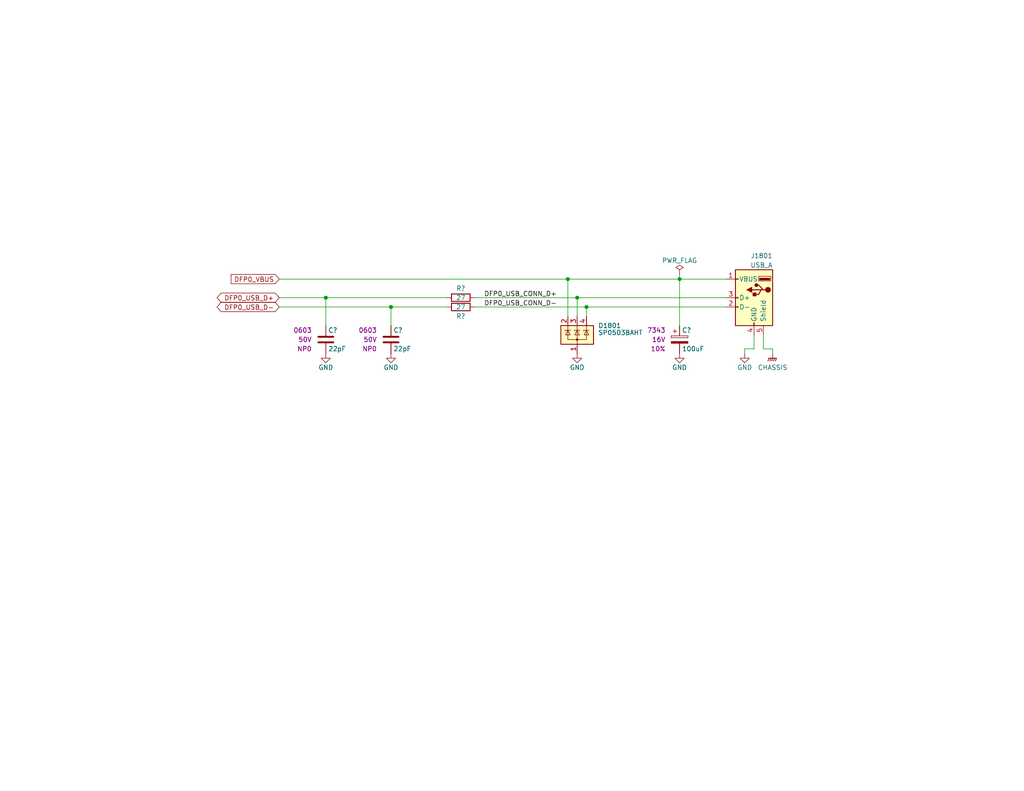
<source format=kicad_sch>
(kicad_sch (version 20230121) (generator eeschema)
  (paper "A")
  (title_block (title "USB Hub") (date "2023-08-20") (rev "PRELIM") (company "Drew Maatman"))
  (lib_symbols
    (symbol "Connector:USB_A" (pin_names (offset 1.016))
      (property "Reference" "J" (at -5.08 11.43 0))
      (property "Value" "USB_A" (at -5.08 8.89 0))
      (symbol "USB_A_0_1"
        (rectangle (start -5.08 -7.62) (end 5.08 7.62) (stroke (width 0.254)) (fill (type background)))
        (circle (center -3.81 2.159) (radius 0.635) (stroke (width 0.254)) (fill (type outline)))
        (rectangle (start -1.524 4.826) (end -4.318 5.334) (fill (type outline)))
        (rectangle (start -1.27 4.572) (end -4.572 5.842))
        (circle (center -0.635 3.429) (radius 0.381) (stroke (width 0.254)) (fill (type outline)))
        (rectangle (start -0.127 -7.62) (end 0.127 -6.858))
        (polyline (pts (xy -3.175 2.159) (xy -2.54 2.159) (xy -1.27 3.429) (xy -0.635 3.429)) (stroke (width 0.254)))
        (polyline (pts (xy -2.54 2.159) (xy -1.905 2.159) (xy -1.27 0.889) (xy 0 0.889)) (stroke (width 0.254)))
        (polyline (pts (xy 0.635 2.794) (xy 0.635 1.524) (xy 1.905 2.159) (xy 0.635 2.794)) (stroke (width 0.254)) (fill (type outline)))
        (rectangle (start 0.254 1.27) (end -0.508 0.508) (stroke (width 0.254)) (fill (type outline)))
        (rectangle (start 5.08 -2.667) (end 4.318 -2.413))
        (rectangle (start 5.08 -0.127) (end 4.318 0.127))
        (rectangle (start 5.08 4.953) (end 4.318 5.207))
      )
      (symbol "USB_A_1_1"
        (polyline (pts (xy -1.905 2.159) (xy 0.635 2.159)) (stroke (width 0.254)))
        (pin power_in line (at 7.62 5.08 180) (length 2.54) (name "VBUS") (number "1"))
        (pin bidirectional line (at 7.62 -2.54 180) (length 2.54) (name "D-") (number "2"))
        (pin bidirectional line (at 7.62 0 180) (length 2.54) (name "D+") (number "3"))
        (pin power_in line (at 0 -10.16 90) (length 2.54) (name "GND") (number "4"))
        (pin passive line (at -2.54 -10.16 90) (length 2.54) (name "Shield") (number "5"))
      )
    )
    (symbol "Custom Library:CHASSIS" (power) (pin_names (offset 0))
      (property "Value" "CHASSIS" (at 0 -3.81 0))
      (symbol "CHASSIS_0_1"
        (polyline (pts (xy 0 -1.27) (xy 0 0)))
        (polyline (pts (xy -1.016 -1.27) (xy -1.27 -2.032) (xy -1.27 -2.032)) (stroke (width 0.2032)))
        (polyline (pts (xy -0.508 -1.27) (xy -0.762 -2.032) (xy -0.762 -2.032)) (stroke (width 0.2032)))
        (polyline (pts (xy 0 -1.27) (xy -0.254 -2.032) (xy -0.254 -2.032)) (stroke (width 0.2032)))
        (polyline (pts (xy 0.508 -1.27) (xy 0.254 -2.032) (xy 0.254 -2.032)) (stroke (width 0.2032)))
        (polyline (pts (xy 1.016 -1.27) (xy -1.016 -1.27) (xy -1.016 -1.27)) (stroke (width 0.2032)))
        (polyline (pts (xy 1.016 -1.27) (xy 0.762 -2.032) (xy 0.762 -2.032) (xy 0.762 -2.032)) (stroke (width 0.2032)))
      )
      (symbol "CHASSIS_1_1"
        (pin power_in line (at 0 0 270) (length 0) hide (name "CHASSIS") (number "1"))
      )
    )
    (symbol "Custom_Library:CP_Tant_Custom" (pin_numbers hide) (pin_names (offset 0.254))
      (property "Reference" "C" (at 0.635 2.54 0))
      (property "Value" "CP_Tant_Custom" (at 0.635 -2.54 0))
      (property "display_footprint" "Foot" (at -3.81 2.54 0))
      (property "Voltage" "V" (at -3.81 0 0))
      (property "Tolerance" "Tol" (at -3.81 -2.54 0))
      (symbol "CP_Tant_Custom_0_1"
        (rectangle (start -2.286 0.508) (end -2.286 1.016))
        (rectangle (start -2.286 0.508) (end 2.286 0.508))
        (polyline (pts (xy -1.778 2.286) (xy -0.762 2.286)))
        (polyline (pts (xy -1.27 2.794) (xy -1.27 1.778)))
        (rectangle (start 2.286 -0.508) (end -2.286 -1.016) (fill (type outline)))
        (rectangle (start 2.286 1.016) (end -2.286 1.016))
        (rectangle (start 2.286 1.016) (end 2.286 0.508))
      )
      (symbol "CP_Tant_Custom_1_1"
        (pin passive line (at 0 3.81 270) (length 2.794) (name "~") (number "1"))
        (pin passive line (at 0 -3.81 90) (length 2.794) (name "~") (number "2"))
      )
    )
    (symbol "Custom_Library:C_Custom" (pin_numbers hide) (pin_names (offset 0.254))
      (property "Reference" "C" (at 0.635 2.54 0))
      (property "Value" "C_Custom" (at 0.635 -2.54 0))
      (property "display_footprint" "Foot" (at -3.81 2.54 0))
      (property "Voltage" "V" (at -3.81 0 0))
      (property "Dielectric" "Er" (at -3.81 -2.54 0))
      (symbol "C_Custom_0_1"
        (polyline (pts (xy -2.032 -0.762) (xy 2.032 -0.762)) (stroke (width 0.508)))
        (polyline (pts (xy -2.032 0.762) (xy 2.032 0.762)) (stroke (width 0.508)))
      )
      (symbol "C_Custom_1_1"
        (pin passive line (at 0 3.81 270) (length 2.794) (name "~") (number "1"))
        (pin passive line (at 0 -3.81 90) (length 2.794) (name "~") (number "2"))
      )
    )
    (symbol "Custom_Library:R_Custom" (pin_numbers hide) (pin_names (offset 1.016) hide)
      (property "Reference" "R" (at -2.54 0 90))
      (property "Value" "R_Custom" (at 0 0 90))
      (property "display_footprint" "Foot" (at 2.54 0 90))
      (property "Tolerance" "Tol" (at 5.08 0 90))
      (property "Wattage" "W" (at 7.62 0 90))
      (symbol "R_Custom_0_1"
        (rectangle (start 1.016 2.54) (end -1.016 -2.54) (stroke (width 0.254)))
      )
      (symbol "R_Custom_1_1"
        (pin passive line (at 0 3.81 270) (length 1.27) (name "1") (number "1"))
        (pin passive line (at 0 -3.81 90) (length 1.27) (name "2") (number "2"))
      )
    )
    (symbol "Power_Protection:SP0503BAHT" (pin_names hide)
      (property "Reference" "D" (at 5.715 2.54 0))
      (property "Value" "SP0503BAHT" (at 5.715 0.635 0))
      (symbol "SP0503BAHT_0_0"
        (pin passive line (at 0 -5.08 90) (length 2.54) (name "A") (number "1"))
      )
      (symbol "SP0503BAHT_0_1"
        (rectangle (start -4.445 2.54) (end 4.445 -2.54) (stroke (width 0.254)) (fill (type background)))
        (circle (center 0 -1.27) (radius 0.254) (fill (type outline)))
        (polyline (pts (xy -2.54 2.54) (xy -2.54 1.27)))
        (polyline (pts (xy 0 -1.27) (xy 0 -2.54)))
        (polyline (pts (xy 0 -1.27) (xy 0 1.27)))
        (polyline (pts (xy 0 2.54) (xy 0 1.27)))
        (polyline (pts (xy 0.635 1.27) (xy 0.762 1.27)))
        (polyline (pts (xy 2.54 2.54) (xy 2.54 1.27)))
        (polyline (pts (xy 0.635 1.27) (xy -0.762 1.27) (xy -0.762 1.016)))
        (polyline (pts (xy -3.302 1.016) (xy -3.302 1.27) (xy -1.905 1.27) (xy -1.778 1.27)))
        (polyline (pts (xy -2.54 1.27) (xy -2.54 -1.27) (xy 2.54 -1.27) (xy 2.54 1.27)))
        (polyline (pts (xy -2.54 1.27) (xy -1.905 0) (xy -3.175 0) (xy -2.54 1.27)))
        (polyline (pts (xy 0.635 0) (xy -0.635 0) (xy 0 1.27) (xy 0.635 0)))
        (polyline (pts (xy 1.778 1.016) (xy 1.778 1.27) (xy 3.175 1.27) (xy 3.302 1.27)))
        (polyline (pts (xy 2.54 1.27) (xy 1.905 0) (xy 3.175 0) (xy 2.54 1.27)))
      )
      (symbol "SP0503BAHT_1_1"
        (pin passive line (at -2.54 5.08 270) (length 2.54) (name "K") (number "2"))
        (pin passive line (at 0 5.08 270) (length 2.54) (name "K") (number "3"))
        (pin passive line (at 2.54 5.08 270) (length 2.54) (name "K") (number "4"))
      )
    )
    (symbol "power:GND" (power) (pin_names (offset 0))
      (property "Value" "GND" (at 0 -3.81 0))
      (symbol "GND_0_1"
        (polyline (pts (xy 0 0) (xy 0 -1.27) (xy 1.27 -1.27) (xy 0 -2.54) (xy -1.27 -1.27) (xy 0 -1.27)))
      )
      (symbol "GND_1_1"
        (pin power_in line (at 0 0 270) (length 0) hide (name "GND") (number "1"))
      )
    )
    (symbol "power:PWR_FLAG" (power) (pin_numbers hide) (pin_names (offset 0) hide)
      (property "Value" "PWR_FLAG" (at 0 3.81 0))
      (symbol "PWR_FLAG_0_0"
        (pin power_out line (at 0 0 90) (length 0) (name "pwr") (number "1"))
      )
      (symbol "PWR_FLAG_0_1"
        (polyline (pts (xy 0 0) (xy 0 1.27) (xy -1.016 1.905) (xy 0 2.54) (xy 1.016 1.905) (xy 0 1.27)))
      )
    )
  )
  (junction (at 106.68 83.82))
  (junction (at 88.9 81.28))
  (junction (at 185.42 76.2))
  (junction (at 160.02 83.82))
  (junction (at 154.94 76.2))
  (junction (at 157.48 81.28))
  (wire (pts (xy 129.54 83.82) (xy 160.02 83.82)))
  (wire (pts (xy 208.28 91.44) (xy 208.28 95.25)))
  (wire (pts (xy 210.82 96.52) (xy 210.82 95.25)))
  (wire (pts (xy 157.48 81.28) (xy 157.48 86.36)))
  (wire (pts (xy 203.2 96.52) (xy 203.2 95.25)))
  (wire (pts (xy 106.68 83.82) (xy 106.68 88.9)))
  (wire (pts (xy 154.94 76.2) (xy 185.42 76.2)))
  (wire (pts (xy 76.2 81.28) (xy 88.9 81.28)))
  (wire (pts (xy 205.74 95.25) (xy 205.74 91.44)))
  (wire (pts (xy 210.82 95.25) (xy 208.28 95.25)))
  (wire (pts (xy 88.9 81.28) (xy 88.9 88.9)))
  (wire (pts (xy 88.9 81.28) (xy 121.92 81.28)))
  (wire (pts (xy 185.42 74.93) (xy 185.42 76.2)))
  (wire (pts (xy 185.42 76.2) (xy 185.42 88.9)))
  (wire (pts (xy 203.2 95.25) (xy 205.74 95.25)))
  (wire (pts (xy 106.68 83.82) (xy 121.92 83.82)))
  (wire (pts (xy 160.02 83.82) (xy 198.12 83.82)))
  (wire (pts (xy 76.2 83.82) (xy 106.68 83.82)))
  (wire (pts (xy 198.12 76.2) (xy 185.42 76.2)))
  (wire (pts (xy 76.2 76.2) (xy 154.94 76.2)))
  (wire (pts (xy 160.02 83.82) (xy 160.02 86.36)))
  (wire (pts (xy 154.94 86.36) (xy 154.94 76.2)))
  (wire (pts (xy 157.48 81.28) (xy 198.12 81.28)))
  (wire (pts (xy 129.54 81.28) (xy 157.48 81.28)))
  (label "DFP0_USB_CONN_D+" (at 132.08 81.28 0))
  (label "DFP0_USB_CONN_D-" (at 132.08 83.82 0))
  (global_label "DFP0_USB_D-" (shape bidirectional) (at 76.2 83.82 180) (property "Intersheetrefs" "${INTERSHEET_REFS}" (effects hide)))
  (global_label "DFP0_USB_D+" (shape bidirectional) (at 76.2 81.28 180) (property "Intersheetrefs" "${INTERSHEET_REFS}" (effects hide)))
  (global_label "DFP0_VBUS" (shape input) (at 76.2 76.2 180) (property "Intersheetrefs" "${INTERSHEET_REFS}" (effects hide)))
  (symbol (lib_id "Connector:USB_A") (at 205.74 81.28 0) (mirror y) (unit 1)
    (property "Reference" "J1801" (at 210.82 69.85 0) (effects (justify left)))
    (property "Value" "USB_A" (at 210.82 72.39 0) (effects (justify left)))
    (property "Footprint" "Connector_USB:USB_A_Molex_67643_Horizontal" (effects hide))
    (property "Datasheet" " ~" (effects hide))
  )
  (symbol (lib_id "Custom_Library:C_Custom") (at 106.68 92.71 0) (unit 1)
    (property "Reference" "C?" (at 107.315 90.17 0) (effects (justify left)))
    (property "Value" "22pF" (at 107.315 95.25 0) (effects (justify left)))
    (property "Footprint" "Capacitors_SMD:C_0603" (effects hide))
    (property "display_footprint" "0603" (at 102.87 90.17 0) (effects (justify right)))
    (property "Voltage" "50V" (at 102.87 92.71 0) (effects (justify right)))
    (property "Dielectric" "NP0" (at 102.87 95.25 0) (effects (justify right)))
    (instances (project "USB_Hub" (path "" (reference "C?") (unit 1)) (path "" (reference "C1802") (unit 1))))
  )
  (symbol (lib_id "Custom_Library:R_Custom") (at 125.73 83.82 270) (unit 1)
    (property "Reference" "R?" (at 125.73 86.36 90))
    (property "Value" "27" (at 125.73 83.82 90))
    (property "Footprint" "Resistors_SMD:R_0603" (effects hide))
    (property "display_footprint" "0603" (effects hide))
    (property "Tolerance" "1%" (effects hide))
    (property "Wattage" "1/10W" (effects hide))
    (instances (project "USB_Hub" (path "" (reference "R?") (unit 1)) (path "" (reference "R1802") (unit 1))))
  )
  (symbol (lib_id "power:GND") (at 88.9 96.52 0) (unit 1)
    (property "Reference" "#PWR?" (effects hide))
    (property "Value" "GND" (at 88.9 100.33 0))
    (instances (project "USB_Hub" (path "" (reference "#PWR?") (unit 1)) (path "" (reference "#PWR01801") (unit 1))))
  )
  (symbol (lib_id "Custom_Library:CP_Tant_Custom") (at 185.42 92.71 0) (unit 1)
    (property "Reference" "C?" (at 186.055 90.17 0) (effects (justify left)))
    (property "Value" "100uF" (at 186.055 95.25 0) (effects (justify left)))
    (property "Footprint" "Capacitor_Tantalum_SMD:CP_EIA-7343-43_Kemet-X" (effects hide))
    (property "Digi-Key PN" "718-1102-1-ND" (effects hide))
    (property "display_footprint" "7343" (at 181.61 90.17 0) (effects (justify right)))
    (property "Voltage" "16V" (at 181.61 92.71 0) (effects (justify right)))
    (property "Tolerance" "10%" (at 181.61 95.25 0) (effects (justify right)))
    (instances (project "USB_Hub" (path "" (reference "C?") (unit 1)) (path "" (reference "C1803") (unit 1))))
  )
  (symbol (lib_id "Power_Protection:SP0503BAHT") (at 157.48 91.44 0) (unit 1)
    (property "Reference" "D1801" (at 163.195 88.9 0) (effects (justify left)))
    (property "Value" "SP0503BAHT" (at 163.195 90.805 0) (effects (justify left)))
    (property "Footprint" "Package_TO_SOT_SMD:SOT-143" (effects hide))
    (property "Datasheet" "http://www.littelfuse.com/~/media/files/littelfuse/technical%20resources/documents/data%20sheets/sp05xxba.pdf" (effects hide))
  )
  (symbol (lib_id "power:PWR_FLAG") (at 185.42 74.93 0) (unit 1)
    (property "Reference" "#FLG01801" (effects hide))
    (property "Value" "PWR_FLAG" (at 185.42 71.12 0))
  )
  (symbol (lib_id "power:GND") (at 157.48 96.52 0) (unit 1)
    (property "Reference" "#PWR?" (effects hide))
    (property "Value" "GND" (at 157.48 100.33 0))
    (instances (project "USB_Hub" (path "" (reference "#PWR?") (unit 1)) (path "" (reference "#PWR01803") (unit 1))))
  )
  (symbol (lib_id "power:GND") (at 185.42 96.52 0) (unit 1)
    (property "Reference" "#PWR?" (effects hide))
    (property "Value" "GND" (at 185.42 100.33 0))
    (instances (project "USB_Hub" (path "" (reference "#PWR?") (unit 1)) (path "" (reference "#PWR01804") (unit 1))))
  )
  (symbol (lib_id "Custom Library:CHASSIS") (at 210.82 96.52 0) (unit 1)
    (property "Reference" "#PWR01806" (effects hide))
    (property "Value" "CHASSIS" (at 210.82 100.33 0))
  )
  (symbol (lib_id "power:GND") (at 203.2 96.52 0) (unit 1)
    (property "Reference" "#PWR?" (effects hide))
    (property "Value" "GND" (at 203.2 100.33 0))
    (instances (project "USB_Hub" (path "" (reference "#PWR?") (unit 1)) (path "" (reference "#PWR01805") (unit 1))))
  )
  (symbol (lib_id "power:GND") (at 106.68 96.52 0) (unit 1)
    (property "Reference" "#PWR?" (effects hide))
    (property "Value" "GND" (at 106.68 100.33 0))
    (instances (project "USB_Hub" (path "" (reference "#PWR?") (unit 1)) (path "" (reference "#PWR01802") (unit 1))))
  )
  (symbol (lib_id "Custom_Library:C_Custom") (at 88.9 92.71 0) (unit 1)
    (property "Reference" "C?" (at 89.535 90.17 0) (effects (justify left)))
    (property "Value" "22pF" (at 89.535 95.25 0) (effects (justify left)))
    (property "Footprint" "Capacitors_SMD:C_0603" (effects hide))
    (property "display_footprint" "0603" (at 85.09 90.17 0) (effects (justify right)))
    (property "Voltage" "50V" (at 85.09 92.71 0) (effects (justify right)))
    (property "Dielectric" "NP0" (at 85.09 95.25 0) (effects (justify right)))
    (instances (project "USB_Hub" (path "" (reference "C?") (unit 1)) (path "" (reference "C1801") (unit 1))))
  )
  (symbol (lib_id "Custom_Library:R_Custom") (at 125.73 81.28 270) (mirror x) (unit 1)
    (property "Reference" "R?" (at 125.73 78.74 90))
    (property "Value" "27" (at 125.73 81.28 90))
    (property "Footprint" "Resistors_SMD:R_0603" (effects hide))
    (property "display_footprint" "0603" (effects hide))
    (property "Tolerance" "1%" (effects hide))
    (property "Wattage" "1/10W" (effects hide))
    (instances (project "USB_Hub" (path "" (reference "R?") (unit 1)) (path "" (reference "R1801") (unit 1))))
  )
)
</source>
